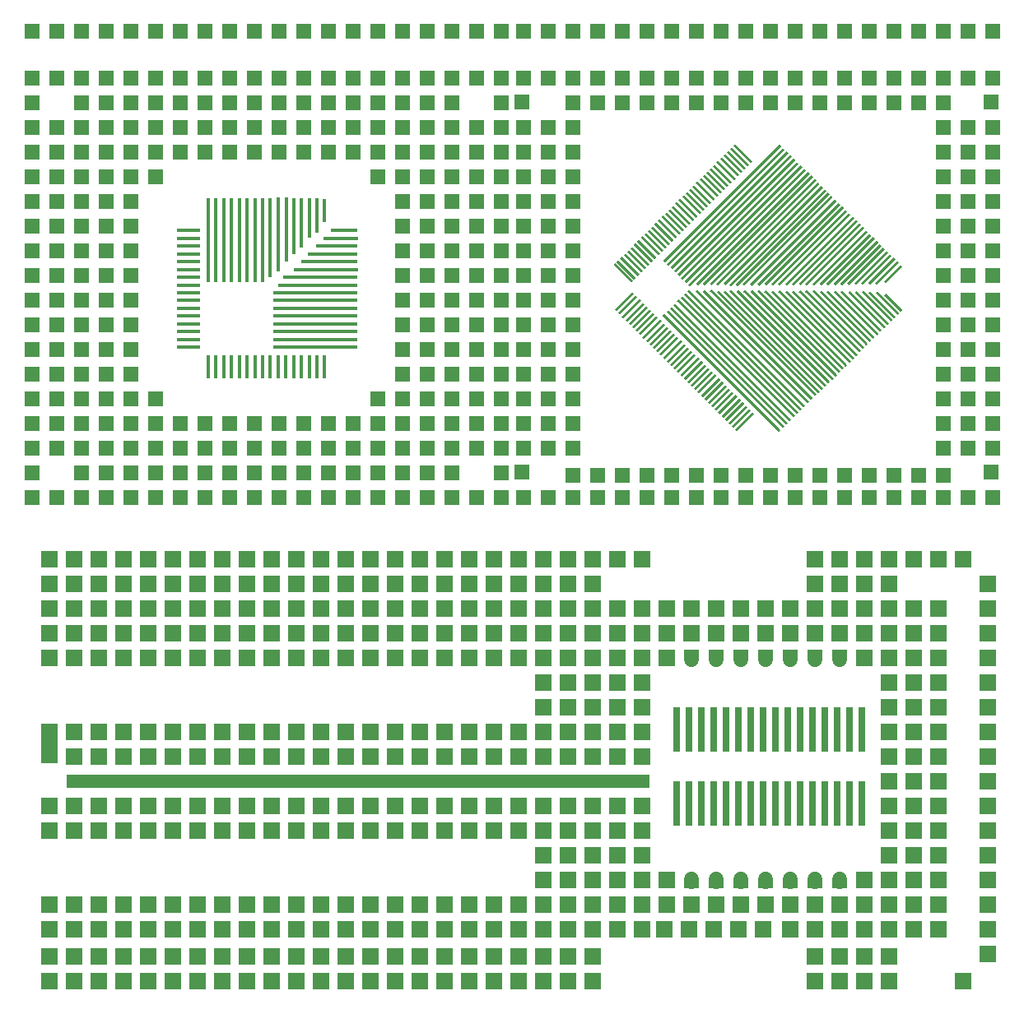
<source format=gtp>
G04 ---------------------------- Layer name :TOP PASTER LAYER*
G04 easyEDA 0.1*
G04 Scale: 100 percent, Rotated: No, Reflected: No *
G04 Dimensions in inches *
G04 leading zeros omitted , absolute positions ,2 integer and 4 * 
%FSLAX24Y24*%
%MOIN*%
G90*
G70D02*

%ADD11C,0.059842*%
%ADD12R,0.059842X0.031496*%
%ADD13R,0.070079X0.070079*%
%ADD14R,2.362200X0.057086*%
%ADD15R,0.070079X0.157480*%
%ADD16R,0.026000X0.180000*%
%ADD17R,0.018000X0.098000*%
%ADD18R,0.340000X0.018000*%
%ADD19R,0.018000X0.160000*%
%ADD20R,0.018000X0.200000*%
%ADD21R,0.018000X0.320000*%
%ADD22R,0.018000X0.300000*%
%ADD23R,0.230000X0.018000*%
%ADD24R,0.300000X0.018000*%
%ADD25R,0.140000X0.018000*%
%ADD26R,0.098000X0.018000*%
%ADD27R,0.018000X0.340000*%
%ADD28R,0.018000X0.230000*%
%ADD29R,0.018000X0.260000*%
%ADD30R,0.018000X0.140000*%
%ADD31R,0.200000X0.018000*%
%ADD32R,0.320000X0.018000*%
%ADD33R,0.260000X0.018000*%
%ADD34R,0.170000X0.018000*%
%ADD35R,0.110000X0.018000*%
%ADD36R,0.060000X0.060000*%

%LPD*%
G54D11*
G01X27000Y43851D02*
G01X27000Y43748D01*
G01X28000Y43851D02*
G01X28000Y43748D01*
G01X29000Y43851D02*
G01X29000Y43748D01*
G01X30000Y43851D02*
G01X30000Y43748D01*
G01X31000Y43851D02*
G01X31000Y43748D01*
G01X32000Y43851D02*
G01X32000Y43748D01*
G01X33000Y43851D02*
G01X33000Y43748D01*
G01X27000Y52748D02*
G01X27000Y52851D01*
G01X28000Y52748D02*
G01X28000Y52851D01*
G01X29000Y52748D02*
G01X29000Y52851D01*
G01X30000Y52748D02*
G01X30000Y52851D01*
G01X31000Y52748D02*
G01X31000Y52851D01*
G01X32000Y52748D02*
G01X32000Y52851D01*
G01X33000Y52748D02*
G01X33000Y52851D01*
G54D12*
G01X33000Y53000D03*
G01X32000Y53000D03*
G01X31000Y53000D03*
G01X30000Y53000D03*
G01X29000Y53000D03*
G01X28000Y53000D03*
G01X27000Y53000D03*
G01X27000Y43600D03*
G01X28000Y43600D03*
G01X29000Y43600D03*
G01X30000Y43600D03*
G01X31000Y43600D03*
G01X32000Y43600D03*
G01X33000Y43600D03*
G54D13*
G01X34000Y43800D03*
G01X1000Y45800D03*
G54D14*
G01X13500Y47800D03*
G54D13*
G01X1000Y46800D03*
G01X1000Y49800D03*
G01X2000Y49800D03*
G01X2000Y48800D03*
G01X3000Y49800D03*
G01X3000Y48800D03*
G01X4000Y49800D03*
G01X4000Y48800D03*
G01X5000Y49800D03*
G01X5000Y48800D03*
G01X6000Y49800D03*
G01X6000Y48800D03*
G01X7000Y49800D03*
G01X7000Y48800D03*
G01X8000Y49800D03*
G01X8000Y48800D03*
G01X9000Y49800D03*
G01X9000Y48800D03*
G01X10000Y49800D03*
G01X10000Y48800D03*
G01X11000Y49800D03*
G01X11000Y48800D03*
G01X12000Y49800D03*
G01X12000Y48800D03*
G01X13000Y49800D03*
G01X13000Y48800D03*
G01X14000Y49800D03*
G01X14000Y48800D03*
G01X15000Y49800D03*
G01X15000Y48800D03*
G01X16000Y49800D03*
G01X16000Y48800D03*
G01X17000Y49800D03*
G01X17000Y48800D03*
G01X18000Y49800D03*
G01X18000Y48800D03*
G01X2000Y46800D03*
G01X2000Y45800D03*
G01X3000Y46800D03*
G01X3000Y45800D03*
G01X4000Y46800D03*
G01X4000Y45800D03*
G01X5000Y46800D03*
G01X5000Y45800D03*
G01X6000Y46800D03*
G01X6000Y45800D03*
G01X7000Y46800D03*
G01X7000Y45800D03*
G01X8000Y46800D03*
G01X8000Y45800D03*
G01X9000Y46800D03*
G01X9000Y45800D03*
G01X10000Y46800D03*
G01X10000Y45800D03*
G01X11000Y46800D03*
G01X11000Y45800D03*
G01X12000Y46800D03*
G01X12000Y45800D03*
G01X13000Y46800D03*
G01X13000Y45800D03*
G01X14000Y46800D03*
G01X14000Y45800D03*
G01X15000Y46800D03*
G01X15000Y45800D03*
G01X16000Y46800D03*
G01X16000Y45800D03*
G01X17000Y46800D03*
G01X17000Y45800D03*
G01X18000Y46800D03*
G01X18000Y45800D03*
G01X19000Y46800D03*
G01X19000Y45800D03*
G01X19000Y49800D03*
G01X19000Y48800D03*
G01X20000Y49800D03*
G01X20000Y48800D03*
G01X21000Y50800D03*
G01X21000Y49800D03*
G01X22000Y50800D03*
G01X22000Y49800D03*
G01X23000Y50800D03*
G01X23000Y49800D03*
G01X24000Y50800D03*
G01X24000Y49800D03*
G01X20000Y52800D03*
G01X20000Y46800D03*
G01X20000Y45800D03*
G01X21000Y46800D03*
G01X21000Y45800D03*
G01X22000Y46800D03*
G01X22000Y45800D03*
G01X23000Y46800D03*
G01X23000Y45800D03*
G01X24000Y46800D03*
G01X24000Y45800D03*
G01X1000Y41800D03*
G01X1000Y42800D03*
G01X2000Y42800D03*
G01X2000Y41800D03*
G01X3000Y42800D03*
G01X3000Y41800D03*
G01X4000Y42800D03*
G01X4000Y41800D03*
G01X5000Y42800D03*
G01X5000Y41800D03*
G01X6000Y42800D03*
G01X6000Y41800D03*
G01X7000Y42800D03*
G01X7000Y41800D03*
G01X8000Y42800D03*
G01X8000Y41800D03*
G01X9000Y42800D03*
G01X9000Y41800D03*
G01X10000Y42800D03*
G01X10000Y41800D03*
G01X11000Y42800D03*
G01X11000Y41800D03*
G01X12000Y42800D03*
G01X12000Y41800D03*
G01X13000Y42800D03*
G01X13000Y41800D03*
G01X14000Y42800D03*
G01X14000Y41800D03*
G01X15000Y42800D03*
G01X15000Y41800D03*
G01X16000Y42800D03*
G01X16000Y41800D03*
G01X17000Y42800D03*
G01X17000Y41800D03*
G01X18000Y42800D03*
G01X18000Y41800D03*
G01X19000Y42800D03*
G01X19000Y41800D03*
G01X20000Y42800D03*
G01X20000Y41800D03*
G01X21000Y42800D03*
G01X21000Y41800D03*
G01X22000Y42800D03*
G01X22000Y41800D03*
G01X23000Y42800D03*
G01X23000Y41800D03*
G01X24000Y42800D03*
G01X24000Y41800D03*
G01X25000Y42800D03*
G01X25000Y41800D03*
G01X1000Y40700D03*
G01X2000Y39700D03*
G01X3000Y40700D03*
G01X3000Y39700D03*
G01X4000Y40700D03*
G01X4000Y39700D03*
G01X5000Y40700D03*
G01X5000Y39700D03*
G01X6000Y40700D03*
G01X6000Y39700D03*
G01X7000Y40700D03*
G01X7000Y39700D03*
G01X8000Y40700D03*
G01X8000Y39700D03*
G01X9000Y40700D03*
G01X9000Y39700D03*
G01X10000Y40700D03*
G01X10000Y39700D03*
G01X11000Y40700D03*
G01X11000Y39700D03*
G01X12000Y40700D03*
G01X12000Y39700D03*
G01X13000Y40700D03*
G01X13000Y39700D03*
G01X14000Y40700D03*
G01X14000Y39700D03*
G01X15000Y40700D03*
G01X15000Y39700D03*
G01X16000Y40700D03*
G01X16000Y39700D03*
G01X17000Y40700D03*
G01X17000Y39700D03*
G01X18000Y40700D03*
G01X18000Y39700D03*
G01X19000Y40700D03*
G01X19000Y39700D03*
G01X20000Y40700D03*
G01X20000Y39700D03*
G01X21000Y40700D03*
G01X21000Y39700D03*
G01X22000Y40700D03*
G01X22000Y39700D03*
G01X23000Y40700D03*
G01X23000Y39700D03*
G01X1000Y55800D03*
G01X2000Y56800D03*
G01X3000Y56800D03*
G01X3000Y55800D03*
G01X4000Y56800D03*
G01X4000Y55800D03*
G01X5000Y56800D03*
G01X5000Y55800D03*
G01X6000Y56800D03*
G01X6000Y55800D03*
G01X7000Y56800D03*
G01X7000Y55800D03*
G01X8000Y56800D03*
G01X8000Y55800D03*
G01X9000Y56800D03*
G01X9000Y55800D03*
G01X10000Y56800D03*
G01X10000Y55800D03*
G01X11000Y56800D03*
G01X11000Y55800D03*
G01X12000Y56800D03*
G01X12000Y55800D03*
G01X13000Y56800D03*
G01X13000Y55800D03*
G01X14000Y56800D03*
G01X14000Y55800D03*
G01X15000Y56800D03*
G01X15000Y55800D03*
G01X16000Y56800D03*
G01X16000Y55800D03*
G01X17000Y56800D03*
G01X17000Y55800D03*
G01X18000Y56800D03*
G01X18000Y55800D03*
G01X19000Y56800D03*
G01X19000Y55800D03*
G01X20000Y56800D03*
G01X20000Y55800D03*
G01X21000Y56800D03*
G01X21000Y55800D03*
G01X22000Y56800D03*
G01X22000Y55800D03*
G01X23000Y56800D03*
G01X23000Y55800D03*
G01X24000Y56800D03*
G01X25000Y56800D03*
G01X1000Y53800D03*
G01X1000Y54800D03*
G01X2000Y54800D03*
G01X2000Y53800D03*
G01X3000Y54800D03*
G01X3000Y53800D03*
G01X4000Y54800D03*
G01X4000Y53800D03*
G01X5000Y54800D03*
G01X5000Y53800D03*
G01X6000Y54800D03*
G01X6000Y53800D03*
G01X7000Y54800D03*
G01X7000Y53800D03*
G01X8000Y54800D03*
G01X8000Y53800D03*
G01X9000Y54800D03*
G01X9000Y53800D03*
G01X10000Y54800D03*
G01X10000Y53800D03*
G01X11000Y54800D03*
G01X11000Y53800D03*
G01X12000Y54800D03*
G01X12000Y53800D03*
G01X13000Y54800D03*
G01X13000Y53800D03*
G01X14000Y54800D03*
G01X14000Y53800D03*
G01X15000Y54800D03*
G01X15000Y53800D03*
G01X16000Y54800D03*
G01X16000Y53800D03*
G01X17000Y54800D03*
G01X17000Y53800D03*
G01X18000Y54800D03*
G01X18000Y53800D03*
G01X19000Y54800D03*
G01X19000Y53800D03*
G01X20000Y54800D03*
G01X20000Y53800D03*
G01X21000Y54800D03*
G01X21000Y53800D03*
G01X22000Y54800D03*
G01X22000Y53800D03*
G01X23000Y54800D03*
G01X23000Y53800D03*
G01X24000Y54800D03*
G01X24000Y53800D03*
G01X25000Y54800D03*
G01X25000Y53800D03*
G01X21000Y52800D03*
G01X21000Y51800D03*
G01X22000Y52800D03*
G01X22000Y51800D03*
G01X23000Y52800D03*
G01X23000Y51800D03*
G01X24000Y52800D03*
G01X24000Y51800D03*
G01X21000Y44800D03*
G01X21000Y43800D03*
G01X22000Y44800D03*
G01X22000Y43800D03*
G01X23000Y44800D03*
G01X23000Y43800D03*
G01X24000Y44800D03*
G01X24000Y43800D03*
G01X25900Y41800D03*
G01X26900Y41800D03*
G01X27900Y41800D03*
G01X28900Y41800D03*
G01X36000Y48800D03*
G01X29900Y41800D03*
G01X31000Y41800D03*
G01X32000Y41800D03*
G01X33000Y41800D03*
G01X37000Y48800D03*
G01X32000Y40700D03*
G01X32000Y39700D03*
G01X33000Y40700D03*
G01X33000Y39700D03*
G01X34000Y41800D03*
G01X35000Y41800D03*
G01X36000Y41800D03*
G01X37000Y41800D03*
G01X34000Y40700D03*
G01X34000Y39700D03*
G01X35000Y40700D03*
G01X35000Y39700D03*
G01X39000Y40800D03*
G01X1000Y52800D03*
G01X2000Y52800D03*
G01X3000Y52800D03*
G01X4000Y52800D03*
G01X5000Y52800D03*
G01X6000Y52800D03*
G01X7000Y52800D03*
G01X8000Y52800D03*
G01X9000Y52800D03*
G01X10000Y52800D03*
G01X11000Y52800D03*
G01X12000Y52800D03*
G01X13000Y52800D03*
G01X14000Y52800D03*
G01X15000Y52800D03*
G01X16000Y52800D03*
G01X17000Y52800D03*
G01X18000Y52800D03*
G01X19000Y52800D03*
G01X21000Y48800D03*
G01X22000Y48800D03*
G01X23000Y48800D03*
G01X24000Y48800D03*
G01X35000Y53800D03*
G01X38000Y39700D03*
G01X36000Y43800D03*
G01X36000Y42800D03*
G01X37000Y43800D03*
G01X37000Y42800D03*
G01X26000Y54800D03*
G01X27000Y54800D03*
G01X28000Y54800D03*
G01X29000Y54800D03*
G01X30000Y54800D03*
G01X32000Y55800D03*
G01X33000Y55800D03*
G01X34000Y55800D03*
G01X35000Y55800D03*
G01X31000Y54800D03*
G01X32000Y54800D03*
G01X33000Y54800D03*
G01X34000Y54800D03*
G01X35000Y54800D03*
G01X39000Y55800D03*
G01X37000Y53800D03*
G01X36000Y54800D03*
G01X37000Y54800D03*
G01X39000Y54800D03*
G01X36000Y53800D03*
G01X36000Y52800D03*
G01X37000Y52800D03*
G01X37000Y50800D03*
G01X36000Y51800D03*
G01X37000Y51800D03*
G01X36000Y50800D03*
G01X36000Y47800D03*
G01X37000Y47800D03*
G01X37000Y45800D03*
G01X36000Y46800D03*
G01X37000Y46800D03*
G01X36000Y45800D03*
G01X36000Y49800D03*
G01X37000Y49800D03*
G01X36000Y44800D03*
G01X37000Y44800D03*
G01X35000Y42800D03*
G01X32000Y56800D03*
G01X33000Y56800D03*
G01X34000Y56800D03*
G01X35000Y56800D03*
G01X38000Y56800D03*
G01X2000Y40700D03*
G01X2000Y55800D03*
G01X36000Y56800D03*
G01X37000Y56800D03*
G01X1000Y39700D03*
G01X1000Y56800D03*
G54D15*
G01X1000Y49300D03*
G54D13*
G01X39000Y48800D03*
G01X39000Y41800D03*
G01X39000Y43800D03*
G01X39000Y42800D03*
G01X39000Y51800D03*
G01X39000Y50800D03*
G01X39000Y47800D03*
G01X39000Y46800D03*
G01X39000Y45800D03*
G01X39000Y49800D03*
G01X39000Y44800D03*
G01X39000Y53800D03*
G01X39000Y52800D03*
G54D16*
G01X33900Y49900D03*
G01X33400Y49900D03*
G01X32900Y49900D03*
G01X32400Y49900D03*
G01X31900Y49900D03*
G01X31400Y49900D03*
G01X30900Y49900D03*
G01X30400Y49900D03*
G01X29900Y49900D03*
G01X29400Y49900D03*
G01X28900Y49900D03*
G01X28400Y49900D03*
G01X27900Y49900D03*
G01X27400Y49900D03*
G01X26900Y49900D03*
G01X26400Y49900D03*
G01X33900Y46900D03*
G01X33400Y46900D03*
G01X32900Y46900D03*
G01X32400Y46900D03*
G01X31900Y46900D03*
G01X31400Y46900D03*
G01X30900Y46900D03*
G01X30400Y46900D03*
G01X29900Y46900D03*
G01X29400Y46900D03*
G01X28900Y46900D03*
G01X28400Y46900D03*
G01X27900Y46900D03*
G01X27400Y46900D03*
G01X26900Y46900D03*
G01X26400Y46900D03*
G54D17*
G01X12160Y64619D03*
G54D18*
G01X11769Y65400D03*
G54D17*
G01X11850Y64619D03*
G54D19*
G01X11539Y70650D03*
G54D20*
G01X11219Y70440D03*
G54D21*
G01X9960Y69850D03*
G54D22*
G01X10269Y69959D03*
G54D23*
G01X12350Y68869D03*
G54D17*
G01X11530Y64619D03*
G01X9639Y64619D03*
G54D18*
G01X11769Y66030D03*
G01X11769Y65719D03*
G54D24*
G01X11980Y68240D03*
G54D17*
G01X9009Y64619D03*
G01X8380Y64619D03*
G54D25*
G01X12800Y69809D03*
G54D17*
G01X7440Y64619D03*
G54D26*
G01X6650Y66350D03*
G01X6650Y67609D03*
G01X6650Y67919D03*
G01X6650Y68240D03*
G01X6650Y68550D03*
G54D27*
G01X9009Y69730D03*
G01X9330Y69730D03*
G01X9639Y69730D03*
G54D18*
G01X11769Y67609D03*
G01X11769Y67290D03*
G01X11769Y66350D03*
G54D17*
G01X11219Y64619D03*
G01X10900Y64619D03*
G01X10589Y64619D03*
G01X10269Y64619D03*
G01X8700Y64619D03*
G54D28*
G01X10910Y70300D03*
G54D29*
G01X10600Y70159D03*
G54D26*
G01X6650Y69180D03*
G01X6650Y66030D03*
G54D18*
G01X11769Y66659D03*
G54D26*
G01X6650Y65400D03*
G01X6650Y69500D03*
G01X6650Y69809D03*
G01X6650Y70130D03*
G54D27*
G01X7440Y69730D03*
G01X7750Y69730D03*
G01X8069Y69730D03*
G01X8380Y69730D03*
G01X8700Y69730D03*
G54D17*
G01X12160Y70950D03*
G54D30*
G01X11850Y70750D03*
G54D17*
G01X7750Y64619D03*
G01X8069Y64619D03*
G54D26*
G01X6650Y68869D03*
G54D18*
G01X11769Y66980D03*
G54D26*
G01X6650Y65719D03*
G01X6650Y66659D03*
G01X6650Y66980D03*
G01X6650Y67290D03*
G54D31*
G01X12489Y69180D03*
G54D17*
G01X9960Y64619D03*
G01X9330Y64619D03*
G54D32*
G01X11889Y67919D03*
G54D33*
G01X12200Y68550D03*
G54D34*
G01X12650Y69490D03*
G54D35*
G01X12950Y70130D03*
G54D36*
G01X14300Y59300D03*
G01X14300Y60300D03*
G01X14300Y61300D03*
G01X14300Y62300D03*
G01X15300Y59300D03*
G01X15300Y60300D03*
G01X15300Y61300D03*
G01X15300Y62300D03*
G01X16300Y59300D03*
G01X16300Y60300D03*
G01X16300Y61300D03*
G01X16300Y62300D03*
G01X17300Y59300D03*
G01X17300Y60300D03*
G01X17300Y61300D03*
G01X17300Y62300D03*
G01X18300Y59300D03*
G01X18300Y61300D03*
G01X18300Y62300D03*
G01X13300Y59300D03*
G01X13300Y60300D03*
G01X13300Y61300D03*
G01X13300Y62300D03*
G01X15300Y63300D03*
G01X16300Y63300D03*
G01X17300Y63300D03*
G01X18300Y63300D03*
G01X15300Y64300D03*
G01X16300Y64300D03*
G01X17300Y64300D03*
G01X18300Y64300D03*
G01X15300Y65300D03*
G01X15300Y66300D03*
G01X15300Y67300D03*
G01X15300Y68300D03*
G01X16300Y65300D03*
G01X16300Y66300D03*
G01X16300Y67300D03*
G01X16300Y68300D03*
G01X17300Y65300D03*
G01X17300Y66300D03*
G01X17300Y67300D03*
G01X17300Y68300D03*
G01X18300Y65300D03*
G01X18300Y66300D03*
G01X18300Y67300D03*
G01X18300Y68300D03*
G01X15300Y69300D03*
G01X16300Y69300D03*
G01X17300Y69300D03*
G01X18300Y69300D03*
G01X15300Y70300D03*
G01X16300Y70300D03*
G01X17300Y70300D03*
G01X18300Y70300D03*
G01X14300Y73300D03*
G01X14300Y74300D03*
G01X15300Y71300D03*
G01X15300Y72300D03*
G01X15300Y73300D03*
G01X15300Y74300D03*
G01X16300Y71300D03*
G01X16300Y72300D03*
G01X16300Y73300D03*
G01X16300Y74300D03*
G01X17300Y71300D03*
G01X17300Y72300D03*
G01X17300Y73300D03*
G01X17300Y74300D03*
G01X18300Y71300D03*
G01X18300Y72300D03*
G01X18300Y73300D03*
G01X18300Y74300D03*
G01X13300Y73300D03*
G01X13300Y74300D03*
G01X14300Y75300D03*
G01X15300Y75300D03*
G01X16300Y75300D03*
G01X17300Y75300D03*
G01X13300Y75300D03*
G01X14300Y76300D03*
G01X15300Y76300D03*
G01X16300Y76300D03*
G01X17300Y76300D03*
G01X18300Y76300D03*
G01X13300Y76300D03*
G01X8300Y59300D03*
G01X8300Y60300D03*
G01X8300Y61300D03*
G01X8300Y62300D03*
G01X9300Y59300D03*
G01X9300Y60300D03*
G01X9300Y61300D03*
G01X9300Y62300D03*
G01X10300Y59300D03*
G01X10300Y60300D03*
G01X10300Y61300D03*
G01X10300Y62300D03*
G01X11300Y59300D03*
G01X11300Y60300D03*
G01X11300Y61300D03*
G01X11300Y62300D03*
G01X12300Y59300D03*
G01X12300Y60300D03*
G01X12300Y61300D03*
G01X12300Y62300D03*
G01X7300Y59300D03*
G01X7300Y60300D03*
G01X7300Y61300D03*
G01X7300Y62300D03*
G01X8300Y73300D03*
G01X8300Y74300D03*
G01X9300Y73300D03*
G01X9300Y74300D03*
G01X10300Y73300D03*
G01X10300Y74300D03*
G01X11300Y73300D03*
G01X11300Y74300D03*
G01X12300Y73300D03*
G01X12300Y74300D03*
G01X7300Y73300D03*
G01X7300Y74300D03*
G01X8300Y75300D03*
G01X9300Y75300D03*
G01X10300Y75300D03*
G01X11300Y75300D03*
G01X12300Y75300D03*
G01X7300Y75300D03*
G01X8300Y76300D03*
G01X9300Y76300D03*
G01X10300Y76300D03*
G01X11300Y76300D03*
G01X12300Y76300D03*
G01X7300Y76300D03*
G01X2300Y59300D03*
G01X2300Y60300D03*
G01X2300Y61300D03*
G01X2300Y62300D03*
G01X3300Y59300D03*
G01X3300Y60300D03*
G01X3300Y61300D03*
G01X3300Y62300D03*
G01X4300Y59300D03*
G01X4300Y60300D03*
G01X4300Y61300D03*
G01X4300Y62300D03*
G01X5300Y59300D03*
G01X5300Y60300D03*
G01X5300Y61300D03*
G01X5300Y62300D03*
G01X6300Y59300D03*
G01X6300Y60300D03*
G01X6300Y61300D03*
G01X6300Y62300D03*
G01X1300Y59300D03*
G01X1300Y61300D03*
G01X1300Y62300D03*
G01X2300Y63300D03*
G01X3300Y63300D03*
G01X4300Y63300D03*
G01X1300Y63300D03*
G01X2300Y64300D03*
G01X3300Y64300D03*
G01X4300Y64300D03*
G01X1300Y64300D03*
G01X2300Y65300D03*
G01X2300Y66300D03*
G01X2300Y67300D03*
G01X2300Y68300D03*
G01X3300Y65300D03*
G01X3300Y66300D03*
G01X3300Y67300D03*
G01X3300Y68300D03*
G01X4300Y65300D03*
G01X4300Y66300D03*
G01X4300Y67300D03*
G01X4300Y68300D03*
G01X1300Y65300D03*
G01X1300Y66300D03*
G01X1300Y67300D03*
G01X1300Y68300D03*
G01X2300Y69300D03*
G01X3300Y69300D03*
G01X4300Y69300D03*
G01X1300Y69300D03*
G01X2300Y70300D03*
G01X3300Y70300D03*
G01X4300Y70300D03*
G01X1300Y70300D03*
G01X2300Y71300D03*
G01X2300Y72300D03*
G01X2300Y73300D03*
G01X2300Y74300D03*
G01X3300Y71300D03*
G01X3300Y72300D03*
G01X3300Y73300D03*
G01X3300Y74300D03*
G01X4300Y71300D03*
G01X4300Y72300D03*
G01X4300Y73300D03*
G01X4300Y74300D03*
G01X5300Y73300D03*
G01X5300Y74300D03*
G01X6300Y73300D03*
G01X6300Y74300D03*
G01X1300Y71300D03*
G01X1300Y72300D03*
G01X1300Y73300D03*
G01X1300Y74300D03*
G01X2300Y75300D03*
G01X3300Y75300D03*
G01X4300Y75300D03*
G01X5300Y75300D03*
G01X6300Y75300D03*
G01X2300Y76300D03*
G01X3300Y76300D03*
G01X4300Y76300D03*
G01X5300Y76300D03*
G01X6300Y76300D03*
G01X1300Y76300D03*
G01X5300Y72300D03*
G01X5300Y63300D03*
G01X14300Y63300D03*
G01X14300Y72300D03*
G01X300Y59300D03*
G01X300Y60300D03*
G01X300Y61300D03*
G01X300Y62300D03*
G01X300Y63300D03*
G01X300Y64300D03*
G01X300Y65300D03*
G01X300Y66300D03*
G01X300Y67300D03*
G01X300Y68300D03*
G01X300Y69300D03*
G01X300Y70300D03*
G01X300Y71300D03*
G01X300Y72300D03*
G01X300Y73300D03*
G01X300Y74300D03*
G01X300Y75300D03*
G01X300Y76300D03*
G01X19300Y59300D03*
G01X19300Y60300D03*
G01X19300Y61300D03*
G01X19300Y62300D03*
G01X19300Y63300D03*
G01X19300Y64300D03*
G01X19300Y65300D03*
G01X19300Y66300D03*
G01X19300Y67300D03*
G01X19300Y68300D03*
G01X19300Y69300D03*
G01X19300Y70300D03*
G01X19300Y71300D03*
G01X19300Y72300D03*
G01X19300Y73300D03*
G01X19300Y74300D03*
G01X19300Y75300D03*
G01X19300Y76300D03*
G01X14300Y78200D03*
G01X15300Y78200D03*
G01X16300Y78200D03*
G01X17300Y78200D03*
G01X18300Y78200D03*
G01X13300Y78200D03*
G01X8300Y78200D03*
G01X9300Y78200D03*
G01X10300Y78200D03*
G01X11300Y78200D03*
G01X12300Y78200D03*
G01X7300Y78200D03*
G01X2300Y78200D03*
G01X3300Y78200D03*
G01X4300Y78200D03*
G01X5300Y78200D03*
G01X6300Y78200D03*
G01X1300Y78200D03*
G01X300Y78200D03*
G01X19300Y78200D03*
G01X20200Y76300D03*
G01X21200Y76300D03*
G01X22200Y76300D03*
G01X23200Y76300D03*
G01X24200Y76300D03*
G01X25200Y76300D03*
G01X26200Y76300D03*
G01X27200Y76300D03*
G01X28200Y76300D03*
G01X29200Y76300D03*
G01X30200Y76300D03*
G01X31200Y76300D03*
G01X32200Y76300D03*
G01X33200Y76300D03*
G01X34200Y76300D03*
G01X35200Y76300D03*
G01X36200Y76300D03*
G01X37200Y76300D03*
G01X38200Y76300D03*
G01X39200Y76300D03*
G01X22200Y75300D03*
G01X23200Y75300D03*
G01X24200Y75300D03*
G01X25200Y75300D03*
G01X26200Y75300D03*
G01X27200Y75300D03*
G01X28200Y75300D03*
G01X29200Y75300D03*
G01X30200Y75300D03*
G01X31200Y75300D03*
G01X32200Y75300D03*
G01X33200Y75300D03*
G01X34200Y75300D03*
G01X35200Y75300D03*
G01X36200Y75300D03*
G01X37200Y75300D03*
G01X20200Y74300D03*
G01X21200Y74300D03*
G01X37200Y74300D03*
G01X38200Y74300D03*
G01X39200Y74300D03*
G01X20200Y73300D03*
G01X21200Y73300D03*
G01X37200Y73300D03*
G01X38200Y73300D03*
G01X39200Y73300D03*
G01X20200Y72300D03*
G01X21200Y72300D03*
G01X37200Y72300D03*
G01X38200Y72300D03*
G01X39200Y72300D03*
G01X20200Y71300D03*
G01X21200Y71300D03*
G01X37200Y71300D03*
G01X38200Y71300D03*
G01X39200Y71300D03*
G01X20200Y70300D03*
G01X21200Y70300D03*
G01X37200Y70300D03*
G01X38200Y70300D03*
G01X39200Y70300D03*
G01X20200Y69300D03*
G01X21200Y69300D03*
G01X37200Y69300D03*
G01X38200Y69300D03*
G01X39200Y69300D03*
G01X20200Y68300D03*
G01X21200Y68300D03*
G01X37200Y68300D03*
G01X38200Y68300D03*
G01X39200Y68300D03*
G01X20200Y67300D03*
G01X21200Y67300D03*
G01X37200Y67300D03*
G01X38200Y67300D03*
G01X39200Y67300D03*
G01X20200Y66300D03*
G01X21200Y66300D03*
G01X37200Y66300D03*
G01X38200Y66300D03*
G01X39200Y66300D03*
G01X20200Y65300D03*
G01X21200Y65300D03*
G01X37200Y65300D03*
G01X38200Y65300D03*
G01X39200Y65300D03*
G01X20200Y64300D03*
G01X21200Y64300D03*
G01X37200Y64300D03*
G01X38200Y64300D03*
G01X39200Y64300D03*
G01X20200Y63300D03*
G01X21200Y63300D03*
G01X37200Y63300D03*
G01X38200Y63300D03*
G01X39200Y63300D03*
G01X20200Y62300D03*
G01X21200Y62300D03*
G01X37200Y62300D03*
G01X38200Y62300D03*
G01X39200Y62300D03*
G01X20200Y61300D03*
G01X21200Y61300D03*
G01X37200Y61300D03*
G01X38200Y61300D03*
G01X39200Y61300D03*
G01X22200Y59300D03*
G01X23200Y60200D03*
G01X24200Y60200D03*
G01X25200Y60200D03*
G01X26200Y60200D03*
G01X27200Y60200D03*
G01X28200Y60200D03*
G01X29200Y60200D03*
G01X30200Y60200D03*
G01X31200Y60200D03*
G01X32200Y60200D03*
G01X33200Y60200D03*
G01X34200Y60200D03*
G01X35200Y60200D03*
G01X36200Y60200D03*
G01X37200Y60200D03*
G01X20200Y59300D03*
G01X21200Y59300D03*
G01X22200Y60200D03*
G01X23200Y59300D03*
G01X24200Y59300D03*
G01X25200Y59300D03*
G01X26200Y59300D03*
G01X27200Y59300D03*
G01X28200Y59300D03*
G01X29200Y59300D03*
G01X30200Y59300D03*
G01X31200Y59300D03*
G01X32200Y59300D03*
G01X33200Y59300D03*
G01X34200Y59300D03*
G01X35200Y59300D03*
G01X36200Y59300D03*
G01X37200Y59300D03*
G01X38200Y59300D03*
G01X39200Y59300D03*
G01X22200Y74300D03*
G01X22200Y73300D03*
G01X22200Y72300D03*
G01X22200Y71300D03*
G01X22200Y70300D03*
G01X22200Y69300D03*
G01X22200Y68300D03*
G01X22200Y67300D03*
G01X22200Y66300D03*
G01X22200Y65300D03*
G01X22200Y64300D03*
G01X22200Y63300D03*
G01X22200Y62300D03*
G01X22200Y61300D03*
G01X20152Y60350D03*
G36*
G01X28836Y67650D02*
G01X28906Y67721D01*
G01X32626Y64001D01*
G01X32555Y63931D01*
G01X28836Y67650D01*
G37*
G36*
G01X29960Y67643D02*
G01X30031Y67714D01*
G01X33184Y64560D01*
G01X33114Y64489D01*
G01X29960Y67643D01*
G37*
G36*
G01X30243Y67629D02*
G01X30314Y67700D01*
G01X33326Y64687D01*
G01X33255Y64617D01*
G01X30243Y67629D01*
G37*
G36*
G01X31077Y67629D02*
G01X31148Y67700D01*
G01X33736Y65111D01*
G01X33665Y65041D01*
G01X31077Y67629D01*
G37*
G36*
G01X31427Y72773D02*
G01X31498Y72702D01*
G01X26796Y68000D01*
G01X26725Y68071D01*
G01X31427Y72773D01*
G37*
G36*
G01X30526Y67629D02*
G01X30596Y67700D01*
G01X33467Y64829D01*
G01X33397Y64758D01*
G01X30526Y67629D01*
G37*
G36*
G01X30589Y67890D02*
G01X30519Y67961D01*
G01X33389Y70832D01*
G01X33460Y70761D01*
G01X30589Y67890D01*
G37*
G36*
G01X30579Y73621D02*
G01X30649Y73551D01*
G01X25947Y68848D01*
G01X25876Y68919D01*
G01X30579Y73621D01*
G37*
G36*
G01X30720Y73480D02*
G01X30791Y73409D01*
G01X26089Y68707D01*
G01X26018Y68778D01*
G01X30720Y73480D01*
G37*
G36*
G01X30861Y73339D02*
G01X30932Y73268D01*
G01X26230Y68566D01*
G01X26159Y68636D01*
G01X30861Y73339D01*
G37*
G36*
G01X31003Y73197D02*
G01X31074Y73127D01*
G01X26371Y68424D01*
G01X26301Y68495D01*
G01X31003Y73197D01*
G37*
G36*
G01X31286Y72914D02*
G01X31356Y72844D01*
G01X26654Y68141D01*
G01X26584Y68212D01*
G01X31286Y72914D01*
G37*
G36*
G01X31862Y72359D02*
G01X31933Y72289D01*
G01X27549Y67905D01*
G01X27478Y67975D01*
G01X31862Y72359D01*
G37*
G36*
G01X32025Y72225D02*
G01X32095Y72154D01*
G01X27853Y67912D01*
G01X27782Y67982D01*
G01X32025Y72225D01*
G37*
G36*
G01X32127Y72073D02*
G01X32198Y72002D01*
G01X28090Y67894D01*
G01X28019Y67965D01*
G01X32127Y72073D01*
G37*
G36*
G01X28040Y67639D02*
G01X28111Y67710D01*
G01X32219Y63602D01*
G01X32148Y63531D01*
G01X28040Y67639D01*
G37*
G36*
G01X27761Y67664D02*
G01X27832Y67735D01*
G01X32074Y63492D01*
G01X32003Y63421D01*
G01X27761Y67664D01*
G37*
G36*
G01X27478Y67650D02*
G01X27549Y67721D01*
G01X31933Y63337D01*
G01X31862Y63266D01*
G01X27478Y67650D01*
G37*
G36*
G01X27174Y67657D02*
G01X27245Y67728D01*
G01X31770Y63202D01*
G01X31700Y63132D01*
G01X27174Y67657D01*
G37*
G36*
G01X26852Y67682D02*
G01X26923Y67753D01*
G01X31625Y63050D01*
G01X31555Y62980D01*
G01X26852Y67682D01*
G37*
G36*
G01X26711Y67540D02*
G01X26781Y67611D01*
G01X31484Y62909D01*
G01X31413Y62838D01*
G01X26711Y67540D01*
G37*
G36*
G01X26569Y67399D02*
G01X26640Y67470D01*
G01X31342Y62767D01*
G01X31272Y62697D01*
G01X26569Y67399D01*
G37*
G36*
G01X26428Y67258D02*
G01X26499Y67328D01*
G01X31201Y62626D01*
G01X31130Y62555D01*
G01X26428Y67258D01*
G37*
G36*
G01X26287Y67116D02*
G01X26357Y67187D01*
G01X31060Y62484D01*
G01X30989Y62414D01*
G01X26287Y67116D01*
G37*
G36*
G01X26145Y66975D02*
G01X26216Y67045D01*
G01X30918Y62343D01*
G01X30847Y62272D01*
G01X26145Y66975D01*
G37*
G36*
G01X25841Y66685D02*
G01X25912Y66756D01*
G01X30614Y62053D01*
G01X30543Y61982D01*
G01X25841Y66685D01*
G37*
G36*
G01X31728Y72494D02*
G01X31798Y72423D01*
G01X27273Y67897D01*
G01X27202Y67968D01*
G01X31728Y72494D01*
G37*
G36*
G01X31569Y72632D02*
G01X31639Y72561D01*
G01X26937Y67859D01*
G01X26866Y67929D01*
G01X31569Y72632D01*
G37*
G36*
G01X28319Y67629D02*
G01X28390Y67700D01*
G01X32350Y63740D01*
G01X32279Y63669D01*
G01X28319Y67629D01*
G37*
G36*
G01X30801Y67622D02*
G01X30872Y67692D01*
G01X33602Y64963D01*
G01X33531Y64892D01*
G01X30801Y67622D01*
G37*
G36*
G01X31360Y67643D02*
G01X31431Y67714D01*
G01X33877Y65267D01*
G01X33807Y65196D01*
G01X31360Y67643D01*
G37*
G36*
G01X31622Y67650D02*
G01X31692Y67721D01*
G01X34012Y65401D01*
G01X33941Y65331D01*
G01X31622Y67650D01*
G37*
G36*
G01X31692Y67905D02*
G01X31622Y67975D01*
G01X33941Y70294D01*
G01X34012Y70224D01*
G01X31692Y67905D01*
G37*
G36*
G01X31431Y67912D02*
G01X31360Y67982D01*
G01X33807Y70429D01*
G01X33877Y70358D01*
G01X31431Y67912D01*
G37*
G36*
G01X31148Y67912D02*
G01X31077Y67982D01*
G01X33665Y70570D01*
G01X33736Y70500D01*
G01X31148Y67912D01*
G37*
G36*
G01X30872Y67905D02*
G01X30801Y67975D01*
G01X33531Y70705D01*
G01X33602Y70634D01*
G01X30872Y67905D01*
G37*
G36*
G01X30299Y67897D02*
G01X30229Y67968D01*
G01X33241Y70980D01*
G01X33312Y70910D01*
G01X30299Y67897D01*
G37*
G36*
G01X30031Y67897D02*
G01X29960Y67968D01*
G01X33114Y71122D01*
G01X33184Y71051D01*
G01X30031Y67897D01*
G37*
G36*
G01X29748Y67883D02*
G01X29677Y67954D01*
G01X32972Y71249D01*
G01X33043Y71178D01*
G01X29748Y67883D01*
G37*
G36*
G01X29451Y67883D02*
G01X29380Y67954D01*
G01X32817Y71391D01*
G01X32887Y71320D01*
G01X29451Y67883D01*
G37*
G36*
G01X29161Y67890D02*
G01X29090Y67961D01*
G01X32668Y71539D01*
G01X32739Y71468D01*
G01X29161Y67890D01*
G37*
G36*
G01X28878Y67876D02*
G01X28807Y67947D01*
G01X32527Y71666D01*
G01X32597Y71596D01*
G01X28878Y67876D01*
G37*
G36*
G01X28609Y67876D02*
G01X28539Y67947D01*
G01X32400Y71808D01*
G01X32470Y71737D01*
G01X28609Y67876D01*
G37*
G36*
G01X28383Y67919D02*
G01X28312Y67989D01*
G01X32272Y71949D01*
G01X32343Y71879D01*
G01X28383Y67919D01*
G37*
G36*
G01X24402Y69269D02*
G01X24473Y69340D01*
G01X25180Y68633D01*
G01X25109Y68562D01*
G01X24402Y69269D01*
G37*
G36*
G01X24268Y69135D02*
G01X24339Y69206D01*
G01X25046Y68498D01*
G01X24975Y68428D01*
G01X24268Y69135D01*
G37*
G36*
G01X24536Y66307D02*
G01X24466Y66377D01*
G01X25173Y67084D01*
G01X25244Y67014D01*
G01X24536Y66307D01*
G37*
G36*
G01X24819Y66024D02*
G01X24749Y66094D01*
G01X25456Y66801D01*
G01X25526Y66731D01*
G01X24819Y66024D01*
G37*
G36*
G01X24954Y65889D02*
G01X24883Y65960D01*
G01X25590Y66667D01*
G01X25661Y66596D01*
G01X24954Y65889D01*
G37*
G36*
G01X28164Y73031D02*
G01X28235Y73102D01*
G01X28942Y72395D01*
G01X28871Y72324D01*
G01X28164Y73031D01*
G37*
G36*
G01X28022Y72890D02*
G01X28093Y72960D01*
G01X28800Y72253D01*
G01X28730Y72183D01*
G01X28022Y72890D01*
G37*
G36*
G01X27881Y72748D02*
G01X27952Y72819D01*
G01X28659Y72112D01*
G01X28588Y72041D01*
G01X27881Y72748D01*
G37*
G36*
G01X27747Y72614D02*
G01X27817Y72685D01*
G01X28525Y71978D01*
G01X28454Y71907D01*
G01X27747Y72614D01*
G37*
G36*
G01X27605Y72472D02*
G01X27676Y72543D01*
G01X28383Y71836D01*
G01X28312Y71765D01*
G01X27605Y72472D01*
G37*
G36*
G01X27464Y72331D02*
G01X27535Y72402D01*
G01X28242Y71695D01*
G01X28171Y71624D01*
G01X27464Y72331D01*
G37*
G36*
G01X27330Y72197D02*
G01X27400Y72267D01*
G01X28107Y71560D01*
G01X28037Y71490D01*
G01X27330Y72197D01*
G37*
G36*
G01X27047Y71914D02*
G01X27117Y71984D01*
G01X27825Y71277D01*
G01X27754Y71207D01*
G01X27047Y71914D01*
G37*
G36*
G01X26912Y71780D02*
G01X26983Y71850D01*
G01X27690Y71143D01*
G01X27619Y71072D01*
G01X26912Y71780D01*
G37*
G36*
G01X26771Y71638D02*
G01X26842Y71709D01*
G01X27549Y71002D01*
G01X27478Y70931D01*
G01X26771Y71638D01*
G37*
G36*
G01X25371Y65472D02*
G01X25300Y65543D01*
G01X26007Y66250D01*
G01X26078Y66179D01*
G01X25371Y65472D01*
G37*
G36*
G01X26764Y64079D02*
G01X26693Y64150D01*
G01X27400Y64857D01*
G01X27471Y64786D01*
G01X26764Y64079D01*
G37*
G36*
G01X25936Y70804D02*
G01X26007Y70874D01*
G01X26714Y70167D01*
G01X26644Y70097D01*
G01X25936Y70804D01*
G37*
G36*
G01X26212Y71079D02*
G01X26283Y71150D01*
G01X26990Y70443D01*
G01X26919Y70372D01*
G01X26212Y71079D01*
G37*
G36*
G01X24678Y66165D02*
G01X24607Y66236D01*
G01X25314Y66943D01*
G01X25385Y66872D01*
G01X24678Y66165D01*
G37*
G36*
G01X25102Y69969D02*
G01X25173Y70040D01*
G01X25880Y69333D01*
G01X25809Y69262D01*
G01X25102Y69969D01*
G37*
G36*
G01X26630Y71497D02*
G01X26700Y71567D01*
G01X27407Y70860D01*
G01X27337Y70790D01*
G01X26630Y71497D01*
G37*
G36*
G01X27188Y72055D02*
G01X27259Y72126D01*
G01X27966Y71419D01*
G01X27895Y71348D01*
G01X27188Y72055D01*
G37*
G36*
G01X32548Y67912D02*
G01X32477Y67982D01*
G01X34358Y69863D01*
G01X34429Y69792D01*
G01X32548Y67912D01*
G37*
G36*
G01X33899Y67622D02*
G01X33969Y67692D01*
G01X35143Y66519D01*
G01X35072Y66448D01*
G01X33899Y67622D01*
G37*
G36*
G01X26347Y64496D02*
G01X26276Y64567D01*
G01X26983Y65274D01*
G01X27054Y65203D01*
G01X26347Y64496D01*
G37*
G36*
G01X33050Y67636D02*
G01X33121Y67707D01*
G01X34719Y66109D01*
G01X34648Y66038D01*
G01X33050Y67636D01*
G37*
G36*
G01X26205Y64638D02*
G01X26135Y64708D01*
G01X26842Y65415D01*
G01X26912Y65345D01*
G01X26205Y64638D01*
G37*
G36*
G01X28157Y62686D02*
G01X28086Y62757D01*
G01X28793Y63464D01*
G01X28864Y63393D01*
G01X28157Y62686D01*
G37*
G36*
G01X25654Y65189D02*
G01X25583Y65260D01*
G01X26290Y65967D01*
G01X26361Y65896D01*
G01X25654Y65189D01*
G37*
G36*
G01X27598Y63245D02*
G01X27527Y63315D01*
G01X28235Y64023D01*
G01X28305Y63952D01*
G01X27598Y63245D01*
G37*
G36*
G01X27047Y63796D02*
G01X26976Y63867D01*
G01X27683Y64574D01*
G01X27754Y64503D01*
G01X27047Y63796D01*
G37*
G36*
G01X27322Y63521D02*
G01X27252Y63591D01*
G01X27959Y64298D01*
G01X28030Y64228D01*
G01X27322Y63521D01*
G37*
G36*
G01X32767Y67622D02*
G01X32838Y67692D01*
G01X34577Y65953D01*
G01X34507Y65882D01*
G01X32767Y67622D01*
G37*
G36*
G01X26905Y63938D02*
G01X26835Y64008D01*
G01X27542Y64715D01*
G01X27612Y64645D01*
G01X26905Y63938D01*
G37*
G36*
G01X31968Y67897D02*
G01X31897Y67968D01*
G01X34075Y70146D01*
G01X34146Y70075D01*
G01X31968Y67897D01*
G37*
G36*
G01X25236Y65606D02*
G01X25166Y65677D01*
G01X25873Y66384D01*
G01X25944Y66313D01*
G01X25236Y65606D01*
G37*
G36*
G01X25095Y65748D02*
G01X25024Y65819D01*
G01X25731Y66526D01*
G01X25802Y66455D01*
G01X25095Y65748D01*
G37*
G36*
G01X24543Y69411D02*
G01X24614Y69481D01*
G01X25321Y68774D01*
G01X25251Y68704D01*
G01X24543Y69411D01*
G37*
G36*
G01X24685Y69552D02*
G01X24756Y69623D01*
G01X25463Y68916D01*
G01X25392Y68845D01*
G01X24685Y69552D01*
G37*
G36*
G01X24819Y69686D02*
G01X24890Y69757D01*
G01X25597Y69050D01*
G01X25526Y68979D01*
G01X24819Y69686D01*
G37*
G36*
G01X24961Y69828D02*
G01X25031Y69899D01*
G01X25739Y69192D01*
G01X25668Y69121D01*
G01X24961Y69828D01*
G37*
G36*
G01X25236Y70104D02*
G01X25307Y70174D01*
G01X26014Y69467D01*
G01X25944Y69396D01*
G01X25236Y70104D01*
G37*
G36*
G01X25378Y70245D02*
G01X25449Y70316D01*
G01X26156Y69609D01*
G01X26085Y69538D01*
G01X25378Y70245D01*
G37*
G36*
G01X25519Y70386D02*
G01X25590Y70457D01*
G01X26297Y69750D01*
G01X26226Y69679D01*
G01X25519Y70386D01*
G37*
G36*
G01X25654Y70521D02*
G01X25724Y70592D01*
G01X26431Y69884D01*
G01X26361Y69814D01*
G01X25654Y70521D01*
G37*
G36*
G01X26488Y71355D02*
G01X26559Y71426D01*
G01X27266Y70719D01*
G01X27195Y70648D01*
G01X26488Y71355D01*
G37*
G36*
G01X33623Y67615D02*
G01X33693Y67685D01*
G01X35009Y66370D01*
G01X34938Y66299D01*
G01X33623Y67615D01*
G37*
G36*
G01X24126Y68994D02*
G01X24197Y69064D01*
G01X24904Y68357D01*
G01X24833Y68286D01*
G01X24126Y68994D01*
G37*
G36*
G01X26071Y64772D02*
G01X26000Y64843D01*
G01X26707Y65550D01*
G01X26778Y65479D01*
G01X26071Y64772D01*
G37*
G36*
G01X28298Y73165D02*
G01X28369Y73236D01*
G01X29076Y72529D01*
G01X29005Y72458D01*
G01X28298Y73165D01*
G37*
G36*
G01X33389Y67919D02*
G01X33319Y67989D01*
G01X34775Y69446D01*
G01X34846Y69375D01*
G01X33389Y67919D01*
G37*
G36*
G01X33672Y67919D02*
G01X33602Y67989D01*
G01X34917Y69305D01*
G01X34988Y69234D01*
G01X33672Y67919D01*
G37*
G36*
G01X25795Y70662D02*
G01X25866Y70733D01*
G01X26573Y70026D01*
G01X26502Y69955D01*
G01X25795Y70662D01*
G37*
G36*
G01X24402Y66441D02*
G01X24331Y66511D01*
G01X25039Y67219D01*
G01X25109Y67148D01*
G01X24402Y66441D01*
G37*
G36*
G01X28015Y62828D02*
G01X27945Y62898D01*
G01X28652Y63605D01*
G01X28722Y63535D01*
G01X28015Y62828D01*
G37*
G36*
G01X28433Y62410D02*
G01X28362Y62481D01*
G01X29069Y63188D01*
G01X29140Y63117D01*
G01X28433Y62410D01*
G37*
G36*
G01X34231Y67926D02*
G01X34160Y67996D01*
G01X35193Y69029D01*
G01X35263Y68958D01*
G01X34231Y67926D01*
G37*
G36*
G01X28298Y62545D02*
G01X28228Y62615D01*
G01X28935Y63323D01*
G01X29005Y63252D01*
G01X28298Y62545D01*
G37*
G36*
G01X32477Y67629D02*
G01X32548Y67700D01*
G01X34429Y65819D01*
G01X34358Y65748D01*
G01X32477Y67629D01*
G37*
G36*
G01X33100Y67912D02*
G01X33029Y67982D01*
G01X34627Y69580D01*
G01X34698Y69510D01*
G01X33100Y67912D01*
G37*
G36*
G01X28440Y73307D02*
G01X28510Y73378D01*
G01X29218Y72670D01*
G01X29147Y72600D01*
G01X28440Y73307D01*
G37*
G36*
G01X26071Y70938D02*
G01X26142Y71009D01*
G01X26849Y70302D01*
G01X26778Y70231D01*
G01X26071Y70938D01*
G37*
G36*
G01X24261Y66582D02*
G01X24190Y66653D01*
G01X24897Y67360D01*
G01X24968Y67289D01*
G01X24261Y66582D01*
G37*
G36*
G01X25788Y65055D02*
G01X25717Y65126D01*
G01X26424Y65833D01*
G01X26495Y65762D01*
G01X25788Y65055D01*
G37*
G36*
G01X33948Y67926D02*
G01X33877Y67996D01*
G01X35051Y69170D01*
G01X35122Y69100D01*
G01X33948Y67926D01*
G37*
G36*
G01X34174Y67601D02*
G01X34245Y67671D01*
G01X35277Y66639D01*
G01X35207Y66568D01*
G01X34174Y67601D01*
G37*
G36*
G01X28574Y62269D02*
G01X28503Y62340D01*
G01X29210Y63047D01*
G01X29281Y62976D01*
G01X28574Y62269D01*
G37*
G36*
G01X27464Y63379D02*
G01X27393Y63450D01*
G01X28100Y64157D01*
G01X28171Y64086D01*
G01X27464Y63379D01*
G37*
G36*
G01X27181Y63662D02*
G01X27110Y63733D01*
G01X27817Y64440D01*
G01X27888Y64369D01*
G01X27181Y63662D01*
G37*
G36*
G01X26488Y64355D02*
G01X26417Y64426D01*
G01X27125Y65133D01*
G01X27195Y65062D01*
G01X26488Y64355D01*
G37*
G36*
G01X24119Y66724D02*
G01X24049Y66794D01*
G01X24756Y67502D01*
G01X24826Y67431D01*
G01X24119Y66724D01*
G37*
G36*
G01X25512Y65331D02*
G01X25442Y65401D01*
G01X26149Y66109D01*
G01X26219Y66038D01*
G01X25512Y65331D01*
G37*
G36*
G01X25930Y64913D02*
G01X25859Y64984D01*
G01X26566Y65691D01*
G01X26637Y65621D01*
G01X25930Y64913D01*
G37*
G36*
G01X27740Y63103D02*
G01X27669Y63174D01*
G01X28376Y63881D01*
G01X28447Y63810D01*
G01X27740Y63103D01*
G37*
G36*
G01X27881Y62962D02*
G01X27810Y63033D01*
G01X28518Y63740D01*
G01X28588Y63669D01*
G01X27881Y62962D01*
G37*
G36*
G01X28715Y62128D02*
G01X28645Y62198D01*
G01X29352Y62905D01*
G01X29423Y62835D01*
G01X28715Y62128D01*
G37*
G36*
G01X28850Y61993D02*
G01X28779Y62064D01*
G01X29486Y62771D01*
G01X29557Y62700D01*
G01X28850Y61993D01*
G37*
G36*
G01X32202Y67636D02*
G01X32272Y67707D01*
G01X34294Y65684D01*
G01X34224Y65613D01*
G01X32202Y67636D01*
G37*
G36*
G01X33340Y67615D02*
G01X33411Y67685D01*
G01X34867Y66229D01*
G01X34797Y66158D01*
G01X33340Y67615D01*
G37*
G36*
G01X34464Y67593D02*
G01X34535Y67664D01*
G01X35426Y66773D01*
G01X35355Y66702D01*
G01X34464Y67593D01*
G37*
G36*
G01X34821Y67505D02*
G01X34892Y67576D01*
G01X35564Y66904D01*
G01X35493Y66833D01*
G01X34821Y67505D01*
G37*
G36*
G01X34878Y68007D02*
G01X34807Y68078D01*
G01X35479Y68750D01*
G01X35550Y68679D01*
G01X34878Y68007D01*
G37*
G36*
G01X34521Y67933D02*
G01X34450Y68004D01*
G01X35341Y68894D01*
G01X35412Y68824D01*
G01X34521Y67933D01*
G37*
G36*
G01X32831Y67912D02*
G01X32760Y67982D01*
G01X34500Y69722D01*
G01X34570Y69651D01*
G01X32831Y67912D01*
G37*
G36*
G01X32265Y67897D02*
G01X32194Y67968D01*
G01X34217Y69990D01*
G01X34288Y69920D01*
G01X32265Y67897D01*
G37*
G36*
G01X28715Y73583D02*
G01X28786Y73653D01*
G01X29493Y72946D01*
G01X29423Y72876D01*
G01X28715Y73583D01*
G37*
G36*
G01X28581Y73448D02*
G01X28652Y73519D01*
G01X29359Y72812D01*
G01X29288Y72741D01*
G01X28581Y73448D01*
G37*
G36*
G01X26354Y71221D02*
G01X26424Y71292D01*
G01X27131Y70584D01*
G01X27061Y70514D01*
G01X26354Y71221D01*
G37*
G36*
G01X23985Y68852D02*
G01X24056Y68923D01*
G01X24763Y68216D01*
G01X24692Y68145D01*
G01X23985Y68852D01*
G37*
G36*
G01X23858Y68739D02*
G01X23928Y68810D01*
G01X24635Y68103D01*
G01X24565Y68032D01*
G01X23858Y68739D01*
G37*
G36*
G01X26630Y64213D02*
G01X26559Y64284D01*
G01X27266Y64991D01*
G01X27337Y64921D01*
G01X26630Y64213D01*
G37*
G36*
G01X25997Y66826D02*
G01X26067Y66897D01*
G01X30770Y62195D01*
G01X30699Y62124D01*
G01X25997Y66826D01*
G37*
G36*
G01X29401Y67650D02*
G01X29472Y67721D01*
G01X32909Y64284D01*
G01X32838Y64213D01*
G01X29401Y67650D01*
G37*
G36*
G01X29118Y67650D02*
G01X29189Y67721D01*
G01X32767Y64143D01*
G01X32697Y64072D01*
G01X29118Y67650D01*
G37*
G36*
G01X31912Y67657D02*
G01X31982Y67728D01*
G01X34160Y65550D01*
G01X34089Y65479D01*
G01X31912Y67657D01*
G37*
G36*
G01X31144Y73056D02*
G01X31215Y72985D01*
G01X26513Y68283D01*
G01X26442Y68354D01*
G01X31144Y73056D01*
G37*
G36*
G01X23978Y66865D02*
G01X23907Y66936D01*
G01X24614Y67643D01*
G01X24685Y67572D01*
G01X23978Y66865D01*
G37*
G36*
G01X28553Y67664D02*
G01X28623Y67735D01*
G01X32484Y63874D01*
G01X32414Y63803D01*
G01X28553Y67664D01*
G37*
G36*
G01X29677Y67657D02*
G01X29748Y67728D01*
G01X33043Y64433D01*
G01X32972Y64362D01*
G01X29677Y67657D01*
G37*
G01X39152Y75350D03*
G01X39152Y60350D03*
G01X20152Y75350D03*
G01X34200Y78200D03*
G01X35200Y78200D03*
G01X36200Y78200D03*
G01X37200Y78200D03*
G01X38200Y78200D03*
G01X33200Y78200D03*
G01X28200Y78200D03*
G01X29200Y78200D03*
G01X30200Y78200D03*
G01X31200Y78200D03*
G01X32200Y78200D03*
G01X27200Y78200D03*
G01X22200Y78200D03*
G01X23200Y78200D03*
G01X24200Y78200D03*
G01X25200Y78200D03*
G01X26200Y78200D03*
G01X21200Y78200D03*
G01X20200Y78200D03*
G01X39200Y78200D03*
G54D13*
G01X26000Y53800D03*
G01X27000Y53800D03*
G01X28000Y53800D03*
G01X29000Y53800D03*
G01X30000Y53800D03*
G01X31000Y53800D03*
G01X32000Y53800D03*
G01X33000Y53800D03*
G01X34000Y53800D03*
G01X26000Y52800D03*
G01X34000Y52800D03*
G01X26000Y42800D03*
G01X27000Y42800D03*
G01X28000Y42800D03*
G01X29000Y42800D03*
G01X30000Y42800D03*
G01X31000Y42800D03*
G01X32000Y42800D03*
G01X33000Y42800D03*
G01X34000Y42800D03*
G01X35000Y49800D03*
G01X35000Y51800D03*
G01X35000Y50800D03*
G01X35000Y52800D03*
G01X35000Y45800D03*
G01X35000Y47800D03*
G01X35000Y46800D03*
G01X35000Y48800D03*
G01X25000Y49800D03*
G01X25000Y51800D03*
G01X25000Y50800D03*
G01X25000Y52800D03*
G01X25000Y45800D03*
G01X25000Y46800D03*
G01X25000Y48800D03*
G01X25000Y43800D03*
G01X35000Y43800D03*
G01X35000Y44800D03*
G01X25000Y44800D03*
G01X26000Y43800D03*
G54D17*
G01X7440Y70900D03*

M00*
M02*
</source>
